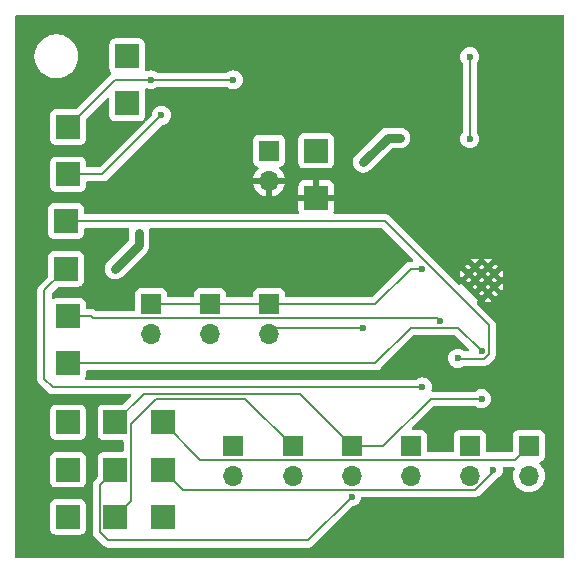
<source format=gbr>
%TF.GenerationSoftware,KiCad,Pcbnew,8.0.8*%
%TF.CreationDate,2025-04-04T16:16:18-04:00*%
%TF.ProjectId,ESP32,45535033-322e-46b6-9963-61645f706362,rev?*%
%TF.SameCoordinates,Original*%
%TF.FileFunction,Copper,L2,Bot*%
%TF.FilePolarity,Positive*%
%FSLAX46Y46*%
G04 Gerber Fmt 4.6, Leading zero omitted, Abs format (unit mm)*
G04 Created by KiCad (PCBNEW 8.0.8) date 2025-04-04 16:16:18*
%MOMM*%
%LPD*%
G01*
G04 APERTURE LIST*
%TA.AperFunction,ComponentPad*%
%ADD10R,2.000000X2.000000*%
%TD*%
%TA.AperFunction,ComponentPad*%
%ADD11R,1.700000X1.700000*%
%TD*%
%TA.AperFunction,ComponentPad*%
%ADD12O,1.700000X1.700000*%
%TD*%
%TA.AperFunction,ComponentPad*%
%ADD13C,0.450000*%
%TD*%
%TA.AperFunction,ViaPad*%
%ADD14C,0.600000*%
%TD*%
%TA.AperFunction,Conductor*%
%ADD15C,0.762000*%
%TD*%
%TA.AperFunction,Conductor*%
%ADD16C,0.200000*%
%TD*%
G04 APERTURE END LIST*
D10*
%TO.P,TP5,1,1*%
%TO.N,/0*%
X133000000Y-105000000D03*
%TD*%
%TO.P,TP6,1,1*%
%TO.N,/1*%
X133000000Y-109000000D03*
%TD*%
D11*
%TO.P,J6,1,Pin_1*%
%TO.N,/3*%
X149000000Y-107000000D03*
D12*
%TO.P,J6,2,Pin_2*%
%TO.N,/4*%
X149000000Y-109540000D03*
%TD*%
D10*
%TO.P,TP8,1,1*%
%TO.N,/3*%
X129000000Y-105000000D03*
%TD*%
D11*
%TO.P,J8,1,Pin_1*%
%TO.N,/9*%
X139000000Y-107000000D03*
D12*
%TO.P,J8,2,Pin_2*%
%TO.N,/10*%
X139000000Y-109540000D03*
%TD*%
D11*
%TO.P,J10,1,Pin_1*%
%TO.N,/SDA*%
X132000000Y-95000000D03*
D12*
%TO.P,J10,2,Pin_2*%
%TO.N,/SCL*%
X132000000Y-97540000D03*
%TD*%
D11*
%TO.P,J7,1,Pin_1*%
%TO.N,/7*%
X144000000Y-107000000D03*
D12*
%TO.P,J7,2,Pin_2*%
%TO.N,/8*%
X144000000Y-109540000D03*
%TD*%
D11*
%TO.P,J9,1,Pin_1*%
%TO.N,/SDA*%
X137000000Y-95000000D03*
D12*
%TO.P,J9,2,Pin_2*%
%TO.N,/SCL*%
X137000000Y-97540000D03*
%TD*%
D10*
%TO.P,TP12,1,1*%
%TO.N,/7*%
X129000000Y-113000000D03*
%TD*%
%TO.P,TP11,1,1*%
%TO.N,/D-*%
X125000000Y-96000000D03*
%TD*%
%TO.P,TP1,1,1*%
%TO.N,+3.3V*%
X146000000Y-82000000D03*
%TD*%
%TO.P,TP16,1,1*%
%TO.N,/AD0*%
X125000000Y-80000000D03*
%TD*%
%TO.P,TP7,1,1*%
%TO.N,/2*%
X133000000Y-113000000D03*
%TD*%
D11*
%TO.P,J4,1,Pin_1*%
%TO.N,/0*%
X164000000Y-107000000D03*
D12*
%TO.P,J4,2,Pin_2*%
%TO.N,unconnected-(J4-Pin_2-Pad2)*%
X164000000Y-109540000D03*
%TD*%
D10*
%TO.P,TP15,1,1*%
%TO.N,/10*%
X125000000Y-113000000D03*
%TD*%
%TO.P,TP18,1,1*%
%TO.N,/TXD*%
X124825000Y-87950000D03*
%TD*%
D11*
%TO.P,J1,1,Pin_1*%
%TO.N,+3.3V*%
X142000000Y-82000000D03*
D12*
%TO.P,J1,2,Pin_2*%
%TO.N,GND*%
X142000000Y-84540000D03*
%TD*%
D11*
%TO.P,J3,1,Pin_1*%
%TO.N,/SDA*%
X142000000Y-95000000D03*
D12*
%TO.P,J3,2,Pin_2*%
%TO.N,/SCL*%
X142000000Y-97540000D03*
%TD*%
D10*
%TO.P,TP2,1,1*%
%TO.N,GND*%
X146000000Y-86000000D03*
%TD*%
%TO.P,TP4,1,1*%
%TO.N,/SCL*%
X130000000Y-74000000D03*
%TD*%
%TO.P,TP3,1,1*%
%TO.N,/SDA*%
X130000000Y-78000000D03*
%TD*%
%TO.P,TP9,1,1*%
%TO.N,/4*%
X129000000Y-109000000D03*
%TD*%
%TO.P,TP13,1,1*%
%TO.N,/8*%
X125000000Y-105000000D03*
%TD*%
%TO.P,TP19,1,1*%
%TO.N,/RXD*%
X124825000Y-92000000D03*
%TD*%
D11*
%TO.P,J2,1,Pin_1*%
%TO.N,/D+*%
X154000000Y-107000000D03*
D12*
%TO.P,J2,2,Pin_2*%
%TO.N,/D-*%
X154000000Y-109540000D03*
%TD*%
D10*
%TO.P,TP10,1,1*%
%TO.N,/D+*%
X125000000Y-100000000D03*
%TD*%
%TO.P,TP14,1,1*%
%TO.N,/9*%
X125000000Y-109000000D03*
%TD*%
D13*
%TO.P,U1,28,GND__10*%
%TO.N,GND*%
X161100000Y-92410000D03*
%TO.P,U1,29,GND__11*%
X161100000Y-93510000D03*
%TO.P,U1,30,GND__12*%
X160550000Y-91860000D03*
%TO.P,U1,31,GND__13*%
X160550000Y-92960000D03*
%TO.P,U1,32,GND__14*%
X160550000Y-94060000D03*
%TO.P,U1,33,GND__15*%
X160000000Y-92410000D03*
%TO.P,U1,34,GND__16*%
X160000000Y-93510000D03*
%TO.P,U1,35,GND__17*%
X159450000Y-91860000D03*
%TO.P,U1,36,GND__18*%
X159450000Y-92960000D03*
%TO.P,U1,37,GND__19*%
X159450000Y-94060000D03*
%TO.P,U1,38,GND__20*%
X158900000Y-92410000D03*
%TO.P,U1,39,GND__21*%
X158900000Y-93510000D03*
%TD*%
D11*
%TO.P,J5,1,Pin_1*%
%TO.N,/1*%
X159000000Y-107000000D03*
D12*
%TO.P,J5,2,Pin_2*%
%TO.N,/2*%
X159000000Y-109540000D03*
%TD*%
D10*
%TO.P,TP17,1,1*%
%TO.N,/INT*%
X125000000Y-84000000D03*
%TD*%
D14*
%TO.N,GND*%
X133000000Y-83075000D03*
X158962500Y-72000000D03*
X134100000Y-78000000D03*
X154200000Y-83250000D03*
X145699300Y-76000000D03*
X136699300Y-89000000D03*
%TO.N,+3.3V*%
X150000000Y-82975000D03*
X153081540Y-80918460D03*
X129000000Y-92000000D03*
X131000000Y-89000000D03*
%TO.N,/D+*%
X160000000Y-99000000D03*
%TO.N,/D-*%
X156500000Y-96400000D03*
%TO.N,/SCL*%
X150000000Y-97000000D03*
%TO.N,/SDA*%
X155000000Y-92000000D03*
%TO.N,/1*%
X161000000Y-109000000D03*
%TO.N,/4*%
X149000000Y-111290000D03*
%TO.N,/3*%
X160000000Y-103000000D03*
%TO.N,/AD0*%
X132000000Y-76000000D03*
X139000000Y-76000000D03*
%TO.N,/INT*%
X132900000Y-79000000D03*
%TO.N,/TXD*%
X157985000Y-99576000D03*
%TO.N,/RXD*%
X155000000Y-102000000D03*
%TO.N,Net-(U1-EN)*%
X159000000Y-81000000D03*
X159000000Y-74037500D03*
%TD*%
D15*
%TO.N,+3.3V*%
X131000000Y-90000000D02*
X129000000Y-92000000D01*
X152056540Y-80918460D02*
X150000000Y-82975000D01*
X153081540Y-80918460D02*
X152056540Y-80918460D01*
X131000000Y-89000000D02*
X131000000Y-90000000D01*
D16*
%TO.N,/D+*%
X158000000Y-97000000D02*
X154000000Y-97000000D01*
X151000000Y-100000000D02*
X125000000Y-100000000D01*
X160000000Y-99000000D02*
X158000000Y-97000000D01*
X154000000Y-97000000D02*
X151000000Y-100000000D01*
%TO.N,/D-*%
X156250000Y-96150000D02*
X127075000Y-96150000D01*
X126925000Y-96000000D02*
X125000000Y-96000000D01*
X127075000Y-96150000D02*
X126925000Y-96000000D01*
X156500000Y-96400000D02*
X156250000Y-96150000D01*
%TO.N,/SCL*%
X150000000Y-97000000D02*
X142525000Y-97000000D01*
X142525000Y-97000000D02*
X142000000Y-97525000D01*
%TO.N,/SDA*%
X154000000Y-92000000D02*
X151000000Y-95000000D01*
X132000000Y-95000000D02*
X137000000Y-95000000D01*
X151000000Y-95000000D02*
X142000000Y-95000000D01*
X155000000Y-92000000D02*
X154000000Y-92000000D01*
X137000000Y-95000000D02*
X142000000Y-95000000D01*
%TO.N,/0*%
X162850000Y-108150000D02*
X164000000Y-107000000D01*
X136150000Y-108150000D02*
X162850000Y-108150000D01*
X133000000Y-105000000D02*
X136150000Y-108150000D01*
%TO.N,/1*%
X159476346Y-110690000D02*
X161000000Y-109166346D01*
X134690000Y-110690000D02*
X159476346Y-110690000D01*
X133000000Y-109000000D02*
X134690000Y-110690000D01*
X161000000Y-109166346D02*
X161000000Y-109000000D01*
%TO.N,/4*%
X129000000Y-109000000D02*
X127700000Y-110300000D01*
X127700000Y-114300000D02*
X128400000Y-115000000D01*
X128400000Y-115000000D02*
X145290000Y-115000000D01*
X127700000Y-110300000D02*
X127700000Y-114300000D01*
X145290000Y-115000000D02*
X149000000Y-111290000D01*
%TO.N,/3*%
X144600000Y-102600000D02*
X149000000Y-107000000D01*
X131400000Y-102600000D02*
X144600000Y-102600000D01*
X155700000Y-103000000D02*
X151700000Y-107000000D01*
X160000000Y-103000000D02*
X155700000Y-103000000D01*
X151700000Y-107000000D02*
X149000000Y-107000000D01*
X129000000Y-105000000D02*
X131400000Y-102600000D01*
%TO.N,/7*%
X130300000Y-105100000D02*
X130300000Y-111700000D01*
X132400000Y-103000000D02*
X130300000Y-105100000D01*
X140000000Y-103000000D02*
X132400000Y-103000000D01*
X130300000Y-111700000D02*
X129000000Y-113000000D01*
X144000000Y-107000000D02*
X140000000Y-103000000D01*
%TO.N,/AD0*%
X132000000Y-76000000D02*
X139000000Y-76000000D01*
X132000000Y-76000000D02*
X129000000Y-76000000D01*
X129000000Y-76000000D02*
X125000000Y-80000000D01*
%TO.N,/INT*%
X132900000Y-79000000D02*
X127900000Y-84000000D01*
X127900000Y-84000000D02*
X125000000Y-84000000D01*
%TO.N,/TXD*%
X158009000Y-99600000D02*
X160248529Y-99600000D01*
X160248529Y-99600000D02*
X160600000Y-99248529D01*
X160600000Y-99248529D02*
X160600000Y-96751471D01*
X157985000Y-99576000D02*
X158009000Y-99600000D01*
X160600000Y-96751471D02*
X151798529Y-87950000D01*
X151798529Y-87950000D02*
X124825000Y-87950000D01*
%TO.N,/RXD*%
X123000000Y-101300000D02*
X123000000Y-93825000D01*
X123000000Y-93825000D02*
X124825000Y-92000000D01*
X123700000Y-102000000D02*
X123000000Y-101300000D01*
X155000000Y-102000000D02*
X123700000Y-102000000D01*
%TO.N,Net-(U1-EN)*%
X159000000Y-81000000D02*
X159000000Y-74037500D01*
%TD*%
%TA.AperFunction,Conductor*%
%TO.N,GND*%
G36*
X166943039Y-70520185D02*
G01*
X166988794Y-70572989D01*
X167000000Y-70624500D01*
X167000000Y-116375500D01*
X166980315Y-116442539D01*
X166927511Y-116488294D01*
X166876000Y-116499500D01*
X120624500Y-116499500D01*
X120557461Y-116479815D01*
X120511706Y-116427011D01*
X120500500Y-116375500D01*
X120500500Y-111952135D01*
X123499500Y-111952135D01*
X123499500Y-114047870D01*
X123499501Y-114047876D01*
X123505908Y-114107483D01*
X123556202Y-114242328D01*
X123556206Y-114242335D01*
X123642452Y-114357544D01*
X123642455Y-114357547D01*
X123757664Y-114443793D01*
X123757671Y-114443797D01*
X123892517Y-114494091D01*
X123892516Y-114494091D01*
X123899444Y-114494835D01*
X123952127Y-114500500D01*
X126047872Y-114500499D01*
X126107483Y-114494091D01*
X126242331Y-114443796D01*
X126357546Y-114357546D01*
X126443796Y-114242331D01*
X126494091Y-114107483D01*
X126500500Y-114047873D01*
X126500499Y-111952128D01*
X126494091Y-111892517D01*
X126456698Y-111792262D01*
X126443797Y-111757671D01*
X126443793Y-111757664D01*
X126357547Y-111642455D01*
X126357544Y-111642452D01*
X126242335Y-111556206D01*
X126242328Y-111556202D01*
X126107482Y-111505908D01*
X126107483Y-111505908D01*
X126047883Y-111499501D01*
X126047881Y-111499500D01*
X126047873Y-111499500D01*
X126047864Y-111499500D01*
X123952129Y-111499500D01*
X123952123Y-111499501D01*
X123892516Y-111505908D01*
X123757671Y-111556202D01*
X123757664Y-111556206D01*
X123642455Y-111642452D01*
X123642452Y-111642455D01*
X123556206Y-111757664D01*
X123556202Y-111757671D01*
X123505908Y-111892517D01*
X123499501Y-111952116D01*
X123499501Y-111952123D01*
X123499500Y-111952135D01*
X120500500Y-111952135D01*
X120500500Y-107952135D01*
X123499500Y-107952135D01*
X123499500Y-110047870D01*
X123499501Y-110047876D01*
X123505908Y-110107483D01*
X123556202Y-110242328D01*
X123556206Y-110242335D01*
X123642452Y-110357544D01*
X123642455Y-110357547D01*
X123757664Y-110443793D01*
X123757671Y-110443797D01*
X123892517Y-110494091D01*
X123892516Y-110494091D01*
X123899444Y-110494835D01*
X123952127Y-110500500D01*
X126047872Y-110500499D01*
X126107483Y-110494091D01*
X126242331Y-110443796D01*
X126357546Y-110357546D01*
X126443796Y-110242331D01*
X126494091Y-110107483D01*
X126500500Y-110047873D01*
X126500499Y-107952128D01*
X126494091Y-107892517D01*
X126443796Y-107757669D01*
X126443795Y-107757668D01*
X126443793Y-107757664D01*
X126357547Y-107642455D01*
X126357544Y-107642452D01*
X126242335Y-107556206D01*
X126242328Y-107556202D01*
X126107482Y-107505908D01*
X126107483Y-107505908D01*
X126047883Y-107499501D01*
X126047881Y-107499500D01*
X126047873Y-107499500D01*
X126047864Y-107499500D01*
X123952129Y-107499500D01*
X123952123Y-107499501D01*
X123892516Y-107505908D01*
X123757671Y-107556202D01*
X123757664Y-107556206D01*
X123642455Y-107642452D01*
X123642452Y-107642455D01*
X123556206Y-107757664D01*
X123556202Y-107757671D01*
X123505908Y-107892517D01*
X123499501Y-107952116D01*
X123499501Y-107952123D01*
X123499500Y-107952135D01*
X120500500Y-107952135D01*
X120500500Y-103952135D01*
X123499500Y-103952135D01*
X123499500Y-106047870D01*
X123499501Y-106047876D01*
X123505908Y-106107483D01*
X123556202Y-106242328D01*
X123556206Y-106242335D01*
X123642452Y-106357544D01*
X123642455Y-106357547D01*
X123757664Y-106443793D01*
X123757671Y-106443797D01*
X123892517Y-106494091D01*
X123892516Y-106494091D01*
X123899444Y-106494835D01*
X123952127Y-106500500D01*
X126047872Y-106500499D01*
X126107483Y-106494091D01*
X126242331Y-106443796D01*
X126357546Y-106357546D01*
X126443796Y-106242331D01*
X126494091Y-106107483D01*
X126500500Y-106047873D01*
X126500499Y-103952128D01*
X126494091Y-103892517D01*
X126454127Y-103785369D01*
X126443797Y-103757671D01*
X126443793Y-103757664D01*
X126357547Y-103642455D01*
X126357544Y-103642452D01*
X126242335Y-103556206D01*
X126242328Y-103556202D01*
X126107482Y-103505908D01*
X126107483Y-103505908D01*
X126047883Y-103499501D01*
X126047881Y-103499500D01*
X126047873Y-103499500D01*
X126047864Y-103499500D01*
X123952129Y-103499500D01*
X123952123Y-103499501D01*
X123892516Y-103505908D01*
X123757671Y-103556202D01*
X123757664Y-103556206D01*
X123642455Y-103642452D01*
X123642452Y-103642455D01*
X123556206Y-103757664D01*
X123556202Y-103757671D01*
X123505908Y-103892517D01*
X123499501Y-103952116D01*
X123499501Y-103952123D01*
X123499500Y-103952135D01*
X120500500Y-103952135D01*
X120500500Y-101379054D01*
X122399498Y-101379054D01*
X122440423Y-101531786D01*
X122440424Y-101531787D01*
X122459871Y-101565470D01*
X122508950Y-101650478D01*
X122519481Y-101668717D01*
X122638349Y-101787585D01*
X122638355Y-101787590D01*
X123215139Y-102364374D01*
X123215149Y-102364385D01*
X123219479Y-102368715D01*
X123219480Y-102368716D01*
X123331284Y-102480520D01*
X123331286Y-102480521D01*
X123331290Y-102480524D01*
X123468209Y-102559573D01*
X123468216Y-102559577D01*
X123580019Y-102589534D01*
X123620942Y-102600500D01*
X123620943Y-102600500D01*
X130250902Y-102600500D01*
X130317941Y-102620185D01*
X130363696Y-102672989D01*
X130373640Y-102742147D01*
X130344615Y-102805703D01*
X130338583Y-102812181D01*
X129687582Y-103463181D01*
X129626259Y-103496666D01*
X129599901Y-103499500D01*
X127952129Y-103499500D01*
X127952123Y-103499501D01*
X127892516Y-103505908D01*
X127757671Y-103556202D01*
X127757664Y-103556206D01*
X127642455Y-103642452D01*
X127642452Y-103642455D01*
X127556206Y-103757664D01*
X127556202Y-103757671D01*
X127505908Y-103892517D01*
X127499501Y-103952116D01*
X127499501Y-103952123D01*
X127499500Y-103952135D01*
X127499500Y-106047870D01*
X127499501Y-106047876D01*
X127505908Y-106107483D01*
X127556202Y-106242328D01*
X127556206Y-106242335D01*
X127642452Y-106357544D01*
X127642455Y-106357547D01*
X127757664Y-106443793D01*
X127757671Y-106443797D01*
X127892517Y-106494091D01*
X127892516Y-106494091D01*
X127899444Y-106494835D01*
X127952127Y-106500500D01*
X129575500Y-106500499D01*
X129642539Y-106520184D01*
X129688294Y-106572987D01*
X129699500Y-106624499D01*
X129699500Y-107375500D01*
X129679815Y-107442539D01*
X129627011Y-107488294D01*
X129575500Y-107499500D01*
X127952129Y-107499500D01*
X127952123Y-107499501D01*
X127892516Y-107505908D01*
X127757671Y-107556202D01*
X127757664Y-107556206D01*
X127642455Y-107642452D01*
X127642452Y-107642455D01*
X127556206Y-107757664D01*
X127556202Y-107757671D01*
X127505908Y-107892517D01*
X127499501Y-107952116D01*
X127499501Y-107952123D01*
X127499500Y-107952135D01*
X127499500Y-109599900D01*
X127479815Y-109666939D01*
X127463182Y-109687581D01*
X127331286Y-109819478D01*
X127331285Y-109819477D01*
X127331284Y-109819480D01*
X127219481Y-109931282D01*
X127219480Y-109931284D01*
X127177693Y-110003663D01*
X127171775Y-110013913D01*
X127171773Y-110013915D01*
X127140425Y-110068209D01*
X127140424Y-110068210D01*
X127129901Y-110107482D01*
X127099499Y-110220943D01*
X127099499Y-110220945D01*
X127099499Y-110389046D01*
X127099500Y-110389059D01*
X127099500Y-114213330D01*
X127099499Y-114213348D01*
X127099499Y-114379054D01*
X127099498Y-114379054D01*
X127140423Y-114531785D01*
X127169358Y-114581900D01*
X127169359Y-114581904D01*
X127169360Y-114581904D01*
X127219479Y-114668714D01*
X127219481Y-114668717D01*
X127338349Y-114787585D01*
X127338355Y-114787590D01*
X127915139Y-115364374D01*
X127915149Y-115364385D01*
X127919479Y-115368715D01*
X127919480Y-115368716D01*
X128031284Y-115480520D01*
X128031286Y-115480521D01*
X128031290Y-115480524D01*
X128168209Y-115559573D01*
X128168216Y-115559577D01*
X128280019Y-115589534D01*
X128320942Y-115600500D01*
X128320943Y-115600500D01*
X145203331Y-115600500D01*
X145203347Y-115600501D01*
X145210943Y-115600501D01*
X145369054Y-115600501D01*
X145369057Y-115600501D01*
X145521785Y-115559577D01*
X145571904Y-115530639D01*
X145658716Y-115480520D01*
X145770520Y-115368716D01*
X145770520Y-115368714D01*
X145780728Y-115358507D01*
X145780730Y-115358504D01*
X149018535Y-112120698D01*
X149079856Y-112087215D01*
X149092311Y-112085163D01*
X149179255Y-112075368D01*
X149349522Y-112015789D01*
X149502262Y-111919816D01*
X149629816Y-111792262D01*
X149725789Y-111639522D01*
X149785368Y-111469255D01*
X149788379Y-111442539D01*
X149793102Y-111400617D01*
X149820168Y-111336203D01*
X149877763Y-111296648D01*
X149916322Y-111290500D01*
X159389677Y-111290500D01*
X159389693Y-111290501D01*
X159397289Y-111290501D01*
X159555400Y-111290501D01*
X159555403Y-111290501D01*
X159708131Y-111249577D01*
X159719148Y-111243215D01*
X159760259Y-111219481D01*
X159760260Y-111219480D01*
X159845062Y-111170520D01*
X159956866Y-111058716D01*
X159956866Y-111058714D01*
X159967070Y-111048511D01*
X159967074Y-111048506D01*
X161237629Y-109777950D01*
X161284353Y-109748592D01*
X161349522Y-109725789D01*
X161502262Y-109629816D01*
X161629816Y-109502262D01*
X161725789Y-109349522D01*
X161785368Y-109179255D01*
X161785369Y-109179249D01*
X161805565Y-109000003D01*
X161805565Y-108999997D01*
X161792989Y-108888384D01*
X161805043Y-108819562D01*
X161852392Y-108768182D01*
X161916209Y-108750500D01*
X162683397Y-108750500D01*
X162750436Y-108770185D01*
X162796191Y-108822989D01*
X162806135Y-108892147D01*
X162795779Y-108926905D01*
X162726097Y-109076335D01*
X162726094Y-109076344D01*
X162664938Y-109304586D01*
X162664936Y-109304596D01*
X162644341Y-109539999D01*
X162644341Y-109540000D01*
X162664936Y-109775403D01*
X162664938Y-109775413D01*
X162726094Y-110003655D01*
X162726096Y-110003659D01*
X162726097Y-110003663D01*
X162765715Y-110088623D01*
X162825965Y-110217830D01*
X162825967Y-110217834D01*
X162923794Y-110357544D01*
X162961505Y-110411401D01*
X163128599Y-110578495D01*
X163225384Y-110646265D01*
X163322165Y-110714032D01*
X163322167Y-110714033D01*
X163322170Y-110714035D01*
X163536337Y-110813903D01*
X163764592Y-110875063D01*
X163952918Y-110891539D01*
X163999999Y-110895659D01*
X164000000Y-110895659D01*
X164000001Y-110895659D01*
X164039234Y-110892226D01*
X164235408Y-110875063D01*
X164463663Y-110813903D01*
X164677830Y-110714035D01*
X164871401Y-110578495D01*
X165038495Y-110411401D01*
X165174035Y-110217830D01*
X165273903Y-110003663D01*
X165335063Y-109775408D01*
X165355659Y-109540000D01*
X165335063Y-109304592D01*
X165273903Y-109076337D01*
X165174035Y-108862171D01*
X165145028Y-108820745D01*
X165038496Y-108668600D01*
X165000414Y-108630518D01*
X164916567Y-108546671D01*
X164883084Y-108485351D01*
X164888068Y-108415659D01*
X164929939Y-108359725D01*
X164960915Y-108342810D01*
X165092331Y-108293796D01*
X165207546Y-108207546D01*
X165293796Y-108092331D01*
X165344091Y-107957483D01*
X165350500Y-107897873D01*
X165350499Y-106102128D01*
X165344091Y-106042517D01*
X165293796Y-105907669D01*
X165293795Y-105907668D01*
X165293793Y-105907664D01*
X165207547Y-105792455D01*
X165207544Y-105792452D01*
X165092335Y-105706206D01*
X165092328Y-105706202D01*
X164957482Y-105655908D01*
X164957483Y-105655908D01*
X164897883Y-105649501D01*
X164897881Y-105649500D01*
X164897873Y-105649500D01*
X164897864Y-105649500D01*
X163102129Y-105649500D01*
X163102123Y-105649501D01*
X163042516Y-105655908D01*
X162907671Y-105706202D01*
X162907664Y-105706206D01*
X162792455Y-105792452D01*
X162792452Y-105792455D01*
X162706206Y-105907664D01*
X162706202Y-105907671D01*
X162655908Y-106042517D01*
X162649501Y-106102116D01*
X162649501Y-106102123D01*
X162649500Y-106102135D01*
X162649500Y-107425500D01*
X162629815Y-107492539D01*
X162577011Y-107538294D01*
X162525500Y-107549500D01*
X160474500Y-107549500D01*
X160407461Y-107529815D01*
X160361706Y-107477011D01*
X160350500Y-107425500D01*
X160350499Y-106102129D01*
X160350498Y-106102123D01*
X160350497Y-106102116D01*
X160344091Y-106042517D01*
X160293796Y-105907669D01*
X160293795Y-105907668D01*
X160293793Y-105907664D01*
X160207547Y-105792455D01*
X160207544Y-105792452D01*
X160092335Y-105706206D01*
X160092328Y-105706202D01*
X159957482Y-105655908D01*
X159957483Y-105655908D01*
X159897883Y-105649501D01*
X159897881Y-105649500D01*
X159897873Y-105649500D01*
X159897864Y-105649500D01*
X158102129Y-105649500D01*
X158102123Y-105649501D01*
X158042516Y-105655908D01*
X157907671Y-105706202D01*
X157907664Y-105706206D01*
X157792455Y-105792452D01*
X157792452Y-105792455D01*
X157706206Y-105907664D01*
X157706202Y-105907671D01*
X157655908Y-106042517D01*
X157649501Y-106102116D01*
X157649501Y-106102123D01*
X157649500Y-106102135D01*
X157649501Y-107425500D01*
X157629816Y-107492539D01*
X157577013Y-107538294D01*
X157525501Y-107549500D01*
X155474500Y-107549500D01*
X155407461Y-107529815D01*
X155361706Y-107477011D01*
X155350500Y-107425500D01*
X155350499Y-106102129D01*
X155350498Y-106102123D01*
X155350497Y-106102116D01*
X155344091Y-106042517D01*
X155293796Y-105907669D01*
X155293795Y-105907668D01*
X155293793Y-105907664D01*
X155207547Y-105792455D01*
X155207544Y-105792452D01*
X155092335Y-105706206D01*
X155092328Y-105706202D01*
X154957482Y-105655908D01*
X154957483Y-105655908D01*
X154897883Y-105649501D01*
X154897881Y-105649500D01*
X154897873Y-105649500D01*
X154897865Y-105649500D01*
X154199096Y-105649500D01*
X154132057Y-105629815D01*
X154086302Y-105577011D01*
X154076358Y-105507853D01*
X154105383Y-105444297D01*
X154111415Y-105437819D01*
X155912416Y-103636819D01*
X155973739Y-103603334D01*
X156000097Y-103600500D01*
X159417588Y-103600500D01*
X159484627Y-103620185D01*
X159494903Y-103627555D01*
X159497736Y-103629814D01*
X159497738Y-103629816D01*
X159650478Y-103725789D01*
X159741572Y-103757664D01*
X159820745Y-103785368D01*
X159820750Y-103785369D01*
X159999996Y-103805565D01*
X160000000Y-103805565D01*
X160000004Y-103805565D01*
X160179249Y-103785369D01*
X160179252Y-103785368D01*
X160179255Y-103785368D01*
X160349522Y-103725789D01*
X160502262Y-103629816D01*
X160629816Y-103502262D01*
X160725789Y-103349522D01*
X160785368Y-103179255D01*
X160805565Y-103000000D01*
X160785368Y-102820745D01*
X160725789Y-102650478D01*
X160709926Y-102625233D01*
X160668671Y-102559576D01*
X160629816Y-102497738D01*
X160502262Y-102370184D01*
X160493033Y-102364385D01*
X160349523Y-102274211D01*
X160179254Y-102214631D01*
X160179249Y-102214630D01*
X160000004Y-102194435D01*
X159999996Y-102194435D01*
X159820750Y-102214630D01*
X159820745Y-102214631D01*
X159650476Y-102274211D01*
X159497736Y-102370185D01*
X159494903Y-102372445D01*
X159492724Y-102373334D01*
X159491842Y-102373889D01*
X159491744Y-102373734D01*
X159430217Y-102398855D01*
X159417588Y-102399500D01*
X155883063Y-102399500D01*
X155816024Y-102379815D01*
X155770269Y-102327011D01*
X155760325Y-102257853D01*
X155766022Y-102234545D01*
X155785366Y-102179262D01*
X155785369Y-102179249D01*
X155805565Y-102000003D01*
X155805565Y-101999996D01*
X155785369Y-101820750D01*
X155785368Y-101820745D01*
X155732171Y-101668717D01*
X155725789Y-101650478D01*
X155629816Y-101497738D01*
X155502262Y-101370184D01*
X155433553Y-101327011D01*
X155349523Y-101274211D01*
X155179254Y-101214631D01*
X155179249Y-101214630D01*
X155000004Y-101194435D01*
X154999996Y-101194435D01*
X154820750Y-101214630D01*
X154820745Y-101214631D01*
X154650476Y-101274211D01*
X154497736Y-101370185D01*
X154494903Y-101372445D01*
X154492724Y-101373334D01*
X154491842Y-101373889D01*
X154491744Y-101373734D01*
X154430217Y-101398855D01*
X154417588Y-101399500D01*
X126563769Y-101399500D01*
X126496730Y-101379815D01*
X126450975Y-101327011D01*
X126441031Y-101257853D01*
X126447587Y-101232167D01*
X126494091Y-101107482D01*
X126500500Y-101047873D01*
X126500500Y-100724500D01*
X126520185Y-100657461D01*
X126572989Y-100611706D01*
X126624500Y-100600500D01*
X150913331Y-100600500D01*
X150913347Y-100600501D01*
X150920943Y-100600501D01*
X151079054Y-100600501D01*
X151079057Y-100600501D01*
X151231785Y-100559577D01*
X151281904Y-100530639D01*
X151368716Y-100480520D01*
X151480520Y-100368716D01*
X151480520Y-100368714D01*
X151490728Y-100358507D01*
X151490729Y-100358504D01*
X154212417Y-97636819D01*
X154273740Y-97603334D01*
X154300098Y-97600500D01*
X157699903Y-97600500D01*
X157766942Y-97620185D01*
X157787584Y-97636819D01*
X158938584Y-98787819D01*
X158972069Y-98849142D01*
X158967085Y-98918834D01*
X158925213Y-98974767D01*
X158859749Y-98999184D01*
X158850903Y-98999500D01*
X158591940Y-98999500D01*
X158524901Y-98979815D01*
X158504259Y-98963181D01*
X158487262Y-98946184D01*
X158334523Y-98850211D01*
X158164254Y-98790631D01*
X158164249Y-98790630D01*
X157985004Y-98770435D01*
X157984996Y-98770435D01*
X157805750Y-98790630D01*
X157805745Y-98790631D01*
X157635476Y-98850211D01*
X157482737Y-98946184D01*
X157355184Y-99073737D01*
X157259211Y-99226476D01*
X157199631Y-99396745D01*
X157199630Y-99396750D01*
X157179435Y-99575996D01*
X157179435Y-99576003D01*
X157199630Y-99755249D01*
X157199631Y-99755254D01*
X157259211Y-99925523D01*
X157355184Y-100078262D01*
X157482738Y-100205816D01*
X157635478Y-100301789D01*
X157797552Y-100358501D01*
X157805745Y-100361368D01*
X157805750Y-100361369D01*
X157984996Y-100381565D01*
X157985000Y-100381565D01*
X157985004Y-100381565D01*
X158164249Y-100361369D01*
X158164252Y-100361368D01*
X158164255Y-100361368D01*
X158334522Y-100301789D01*
X158465474Y-100219505D01*
X158531446Y-100200500D01*
X160161860Y-100200500D01*
X160161876Y-100200501D01*
X160169472Y-100200501D01*
X160327583Y-100200501D01*
X160327586Y-100200501D01*
X160480314Y-100159577D01*
X160557033Y-100115283D01*
X160617245Y-100080520D01*
X160729049Y-99968716D01*
X160729049Y-99968714D01*
X160739253Y-99958511D01*
X160739257Y-99958506D01*
X160958506Y-99739257D01*
X160958511Y-99739253D01*
X160968714Y-99729049D01*
X160968716Y-99729049D01*
X161080520Y-99617245D01*
X161133150Y-99526086D01*
X161159577Y-99480314D01*
X161200500Y-99327586D01*
X161200500Y-99169472D01*
X161200500Y-96840531D01*
X161200501Y-96840518D01*
X161200501Y-96672414D01*
X161191374Y-96638352D01*
X161159577Y-96519687D01*
X161159458Y-96519481D01*
X161080524Y-96382761D01*
X161080518Y-96382753D01*
X159645745Y-94947980D01*
X159612260Y-94886657D01*
X159617244Y-94816965D01*
X159659116Y-94761032D01*
X159692472Y-94743257D01*
X159766556Y-94717334D01*
X159780422Y-94708620D01*
X160219575Y-94708620D01*
X160233446Y-94717335D01*
X160387649Y-94771294D01*
X160387660Y-94771296D01*
X160549996Y-94789587D01*
X160550004Y-94789587D01*
X160712339Y-94771296D01*
X160712341Y-94771296D01*
X160866557Y-94717333D01*
X160880422Y-94708620D01*
X160550001Y-94378198D01*
X160550000Y-94378198D01*
X160219575Y-94708620D01*
X159780422Y-94708620D01*
X159101965Y-94030163D01*
X159300000Y-94030163D01*
X159300000Y-94089837D01*
X159322836Y-94144968D01*
X159365032Y-94187164D01*
X159420163Y-94210000D01*
X159479837Y-94210000D01*
X159534968Y-94187164D01*
X159577164Y-94144968D01*
X159600000Y-94089837D01*
X159600000Y-94060000D01*
X159768198Y-94060000D01*
X160000000Y-94291802D01*
X160231802Y-94060000D01*
X160201965Y-94030163D01*
X160400000Y-94030163D01*
X160400000Y-94089837D01*
X160422836Y-94144968D01*
X160465032Y-94187164D01*
X160520163Y-94210000D01*
X160579837Y-94210000D01*
X160634968Y-94187164D01*
X160677164Y-94144968D01*
X160700000Y-94089837D01*
X160700000Y-94060000D01*
X160868198Y-94060000D01*
X161198620Y-94390422D01*
X161207334Y-94376556D01*
X161241844Y-94277932D01*
X161282566Y-94221156D01*
X161317932Y-94201844D01*
X161416556Y-94167334D01*
X161430422Y-94158620D01*
X161100000Y-93828198D01*
X160868198Y-94060000D01*
X160700000Y-94060000D01*
X160700000Y-94030163D01*
X160677164Y-93975032D01*
X160634968Y-93932836D01*
X160579837Y-93910000D01*
X160520163Y-93910000D01*
X160465032Y-93932836D01*
X160422836Y-93975032D01*
X160400000Y-94030163D01*
X160201965Y-94030163D01*
X160000000Y-93828198D01*
X159768198Y-94060000D01*
X159600000Y-94060000D01*
X159600000Y-94030163D01*
X159577164Y-93975032D01*
X159534968Y-93932836D01*
X159479837Y-93910000D01*
X159420163Y-93910000D01*
X159365032Y-93932836D01*
X159322836Y-93975032D01*
X159300000Y-94030163D01*
X159101965Y-94030163D01*
X158551965Y-93480163D01*
X158750000Y-93480163D01*
X158750000Y-93539837D01*
X158772836Y-93594968D01*
X158815032Y-93637164D01*
X158870163Y-93660000D01*
X158929837Y-93660000D01*
X158984968Y-93637164D01*
X159027164Y-93594968D01*
X159050000Y-93539837D01*
X159050000Y-93510000D01*
X159218198Y-93510000D01*
X159450000Y-93741802D01*
X159681802Y-93510000D01*
X159651965Y-93480163D01*
X159850000Y-93480163D01*
X159850000Y-93539837D01*
X159872836Y-93594968D01*
X159915032Y-93637164D01*
X159970163Y-93660000D01*
X160029837Y-93660000D01*
X160084968Y-93637164D01*
X160127164Y-93594968D01*
X160150000Y-93539837D01*
X160150000Y-93510000D01*
X160318198Y-93510000D01*
X160550000Y-93741802D01*
X160781802Y-93510000D01*
X160751965Y-93480163D01*
X160950000Y-93480163D01*
X160950000Y-93539837D01*
X160972836Y-93594968D01*
X161015032Y-93637164D01*
X161070163Y-93660000D01*
X161129837Y-93660000D01*
X161184968Y-93637164D01*
X161227164Y-93594968D01*
X161250000Y-93539837D01*
X161250000Y-93509999D01*
X161418198Y-93509999D01*
X161418198Y-93510000D01*
X161748620Y-93840422D01*
X161757333Y-93826557D01*
X161811296Y-93672341D01*
X161811296Y-93672339D01*
X161829587Y-93510003D01*
X161829587Y-93509996D01*
X161811296Y-93347660D01*
X161811294Y-93347649D01*
X161757335Y-93193446D01*
X161748620Y-93179575D01*
X161418198Y-93509999D01*
X161250000Y-93509999D01*
X161250000Y-93480163D01*
X161227164Y-93425032D01*
X161184968Y-93382836D01*
X161129837Y-93360000D01*
X161070163Y-93360000D01*
X161015032Y-93382836D01*
X160972836Y-93425032D01*
X160950000Y-93480163D01*
X160751965Y-93480163D01*
X160550000Y-93278198D01*
X160318198Y-93510000D01*
X160150000Y-93510000D01*
X160150000Y-93480163D01*
X160127164Y-93425032D01*
X160084968Y-93382836D01*
X160029837Y-93360000D01*
X159970163Y-93360000D01*
X159915032Y-93382836D01*
X159872836Y-93425032D01*
X159850000Y-93480163D01*
X159651965Y-93480163D01*
X159450000Y-93278198D01*
X159218198Y-93510000D01*
X159050000Y-93510000D01*
X159050000Y-93480163D01*
X159027164Y-93425032D01*
X158984968Y-93382836D01*
X158929837Y-93360000D01*
X158870163Y-93360000D01*
X158815032Y-93382836D01*
X158772836Y-93425032D01*
X158750000Y-93480163D01*
X158551965Y-93480163D01*
X158251377Y-93179575D01*
X158242666Y-93193441D01*
X158242663Y-93193447D01*
X158216741Y-93267528D01*
X158176019Y-93324304D01*
X158111066Y-93350051D01*
X158042505Y-93336594D01*
X158012019Y-93314254D01*
X157657765Y-92960000D01*
X158668198Y-92960000D01*
X158900000Y-93191802D01*
X159131802Y-92960000D01*
X159101965Y-92930163D01*
X159300000Y-92930163D01*
X159300000Y-92989837D01*
X159322836Y-93044968D01*
X159365032Y-93087164D01*
X159420163Y-93110000D01*
X159479837Y-93110000D01*
X159534968Y-93087164D01*
X159577164Y-93044968D01*
X159600000Y-92989837D01*
X159600000Y-92960000D01*
X159768198Y-92960000D01*
X160000000Y-93191802D01*
X160231802Y-92960000D01*
X160201965Y-92930163D01*
X160400000Y-92930163D01*
X160400000Y-92989837D01*
X160422836Y-93044968D01*
X160465032Y-93087164D01*
X160520163Y-93110000D01*
X160579837Y-93110000D01*
X160634968Y-93087164D01*
X160677164Y-93044968D01*
X160700000Y-92989837D01*
X160700000Y-92960000D01*
X160868198Y-92960000D01*
X161100000Y-93191802D01*
X161331802Y-92960000D01*
X161100000Y-92728198D01*
X160868198Y-92960000D01*
X160700000Y-92960000D01*
X160700000Y-92930163D01*
X160677164Y-92875032D01*
X160634968Y-92832836D01*
X160579837Y-92810000D01*
X160520163Y-92810000D01*
X160465032Y-92832836D01*
X160422836Y-92875032D01*
X160400000Y-92930163D01*
X160201965Y-92930163D01*
X160000000Y-92728198D01*
X159768198Y-92960000D01*
X159600000Y-92960000D01*
X159600000Y-92930163D01*
X159577164Y-92875032D01*
X159534968Y-92832836D01*
X159479837Y-92810000D01*
X159420163Y-92810000D01*
X159365032Y-92832836D01*
X159322836Y-92875032D01*
X159300000Y-92930163D01*
X159101965Y-92930163D01*
X158900000Y-92728198D01*
X158668198Y-92960000D01*
X157657765Y-92960000D01*
X157107761Y-92409996D01*
X158170413Y-92409996D01*
X158170413Y-92410003D01*
X158188703Y-92572339D01*
X158188704Y-92572344D01*
X158242665Y-92726557D01*
X158251378Y-92740423D01*
X158581802Y-92410000D01*
X158551965Y-92380163D01*
X158750000Y-92380163D01*
X158750000Y-92439837D01*
X158772836Y-92494968D01*
X158815032Y-92537164D01*
X158870163Y-92560000D01*
X158929837Y-92560000D01*
X158984968Y-92537164D01*
X159027164Y-92494968D01*
X159050000Y-92439837D01*
X159050000Y-92410000D01*
X159218198Y-92410000D01*
X159450000Y-92641802D01*
X159681802Y-92410000D01*
X159651965Y-92380163D01*
X159850000Y-92380163D01*
X159850000Y-92439837D01*
X159872836Y-92494968D01*
X159915032Y-92537164D01*
X159970163Y-92560000D01*
X160029837Y-92560000D01*
X160084968Y-92537164D01*
X160127164Y-92494968D01*
X160150000Y-92439837D01*
X160150000Y-92410000D01*
X160318198Y-92410000D01*
X160550000Y-92641802D01*
X160781802Y-92410000D01*
X160751965Y-92380163D01*
X160950000Y-92380163D01*
X160950000Y-92439837D01*
X160972836Y-92494968D01*
X161015032Y-92537164D01*
X161070163Y-92560000D01*
X161129837Y-92560000D01*
X161184968Y-92537164D01*
X161227164Y-92494968D01*
X161250000Y-92439837D01*
X161250000Y-92409999D01*
X161418198Y-92409999D01*
X161418198Y-92410000D01*
X161748620Y-92740422D01*
X161757333Y-92726557D01*
X161811296Y-92572341D01*
X161811296Y-92572339D01*
X161829587Y-92410003D01*
X161829587Y-92409996D01*
X161811296Y-92247660D01*
X161811294Y-92247649D01*
X161757335Y-92093446D01*
X161748620Y-92079575D01*
X161418198Y-92409999D01*
X161250000Y-92409999D01*
X161250000Y-92380163D01*
X161227164Y-92325032D01*
X161184968Y-92282836D01*
X161129837Y-92260000D01*
X161070163Y-92260000D01*
X161015032Y-92282836D01*
X160972836Y-92325032D01*
X160950000Y-92380163D01*
X160751965Y-92380163D01*
X160550000Y-92178198D01*
X160318198Y-92410000D01*
X160150000Y-92410000D01*
X160150000Y-92380163D01*
X160127164Y-92325032D01*
X160084968Y-92282836D01*
X160029837Y-92260000D01*
X159970163Y-92260000D01*
X159915032Y-92282836D01*
X159872836Y-92325032D01*
X159850000Y-92380163D01*
X159651965Y-92380163D01*
X159450000Y-92178198D01*
X159218198Y-92410000D01*
X159050000Y-92410000D01*
X159050000Y-92380163D01*
X159027164Y-92325032D01*
X158984968Y-92282836D01*
X158929837Y-92260000D01*
X158870163Y-92260000D01*
X158815032Y-92282836D01*
X158772836Y-92325032D01*
X158750000Y-92380163D01*
X158551965Y-92380163D01*
X158251377Y-92079575D01*
X158242666Y-92093440D01*
X158188703Y-92247658D01*
X158188703Y-92247660D01*
X158170413Y-92409996D01*
X157107761Y-92409996D01*
X156459142Y-91761377D01*
X158569575Y-91761377D01*
X158900000Y-92091802D01*
X159131802Y-91860000D01*
X159101965Y-91830163D01*
X159300000Y-91830163D01*
X159300000Y-91889837D01*
X159322836Y-91944968D01*
X159365032Y-91987164D01*
X159420163Y-92010000D01*
X159479837Y-92010000D01*
X159534968Y-91987164D01*
X159577164Y-91944968D01*
X159600000Y-91889837D01*
X159600000Y-91860000D01*
X159768198Y-91860000D01*
X160000000Y-92091802D01*
X160231802Y-91860000D01*
X160201965Y-91830163D01*
X160400000Y-91830163D01*
X160400000Y-91889837D01*
X160422836Y-91944968D01*
X160465032Y-91987164D01*
X160520163Y-92010000D01*
X160579837Y-92010000D01*
X160634968Y-91987164D01*
X160677164Y-91944968D01*
X160700000Y-91889837D01*
X160700000Y-91859999D01*
X160868198Y-91859999D01*
X160868198Y-91860000D01*
X161100000Y-92091802D01*
X161100001Y-92091802D01*
X161430423Y-91761378D01*
X161430423Y-91761377D01*
X161416558Y-91752666D01*
X161317931Y-91718155D01*
X161261155Y-91677433D01*
X161241844Y-91642068D01*
X161207333Y-91543442D01*
X161198620Y-91529575D01*
X160868198Y-91859999D01*
X160700000Y-91859999D01*
X160700000Y-91830163D01*
X160677164Y-91775032D01*
X160634968Y-91732836D01*
X160579837Y-91710000D01*
X160520163Y-91710000D01*
X160465032Y-91732836D01*
X160422836Y-91775032D01*
X160400000Y-91830163D01*
X160201965Y-91830163D01*
X160000000Y-91628198D01*
X159768198Y-91860000D01*
X159600000Y-91860000D01*
X159600000Y-91830163D01*
X159577164Y-91775032D01*
X159534968Y-91732836D01*
X159479837Y-91710000D01*
X159420163Y-91710000D01*
X159365032Y-91732836D01*
X159322836Y-91775032D01*
X159300000Y-91830163D01*
X159101965Y-91830163D01*
X158801377Y-91529575D01*
X158792666Y-91543441D01*
X158792663Y-91543446D01*
X158758154Y-91642068D01*
X158717432Y-91698844D01*
X158682068Y-91718154D01*
X158583446Y-91752663D01*
X158583441Y-91752666D01*
X158569575Y-91761377D01*
X156459142Y-91761377D01*
X155909142Y-91211377D01*
X159119575Y-91211377D01*
X159450000Y-91541802D01*
X159450001Y-91541802D01*
X159780423Y-91211378D01*
X159780423Y-91211377D01*
X160219575Y-91211377D01*
X160550000Y-91541802D01*
X160550001Y-91541802D01*
X160880423Y-91211378D01*
X160880423Y-91211377D01*
X160866557Y-91202665D01*
X160712344Y-91148704D01*
X160712339Y-91148703D01*
X160550004Y-91130413D01*
X160549996Y-91130413D01*
X160387660Y-91148703D01*
X160387658Y-91148703D01*
X160233440Y-91202666D01*
X160219575Y-91211377D01*
X159780423Y-91211377D01*
X159766557Y-91202665D01*
X159612344Y-91148704D01*
X159612339Y-91148703D01*
X159450004Y-91130413D01*
X159449996Y-91130413D01*
X159287660Y-91148703D01*
X159287658Y-91148703D01*
X159133440Y-91202666D01*
X159119575Y-91211377D01*
X155909142Y-91211377D01*
X152286119Y-87588355D01*
X152286117Y-87588352D01*
X152167246Y-87469481D01*
X152167245Y-87469480D01*
X152080433Y-87419360D01*
X152080433Y-87419359D01*
X152080429Y-87419358D01*
X152030314Y-87390423D01*
X151877586Y-87349499D01*
X151719472Y-87349499D01*
X151711876Y-87349499D01*
X151711860Y-87349500D01*
X147581885Y-87349500D01*
X147514846Y-87329815D01*
X147469091Y-87277011D01*
X147459147Y-87207853D01*
X147465703Y-87182167D01*
X147493596Y-87107379D01*
X147493598Y-87107372D01*
X147499999Y-87047844D01*
X147500000Y-87047827D01*
X147500000Y-86250000D01*
X146433012Y-86250000D01*
X146465925Y-86192993D01*
X146500000Y-86065826D01*
X146500000Y-85934174D01*
X146465925Y-85807007D01*
X146433012Y-85750000D01*
X147500000Y-85750000D01*
X147500000Y-84952172D01*
X147499999Y-84952155D01*
X147493598Y-84892627D01*
X147493596Y-84892620D01*
X147443354Y-84757913D01*
X147443350Y-84757906D01*
X147357190Y-84642812D01*
X147357187Y-84642809D01*
X147242093Y-84556649D01*
X147242086Y-84556645D01*
X147107379Y-84506403D01*
X147107372Y-84506401D01*
X147047844Y-84500000D01*
X146250000Y-84500000D01*
X146250000Y-85566988D01*
X146192993Y-85534075D01*
X146065826Y-85500000D01*
X145934174Y-85500000D01*
X145807007Y-85534075D01*
X145750000Y-85566988D01*
X145750000Y-84500000D01*
X144952155Y-84500000D01*
X144892627Y-84506401D01*
X144892620Y-84506403D01*
X144757913Y-84556645D01*
X144757906Y-84556649D01*
X144642812Y-84642809D01*
X144642809Y-84642812D01*
X144556649Y-84757906D01*
X144556645Y-84757913D01*
X144506403Y-84892620D01*
X144506401Y-84892627D01*
X144500000Y-84952155D01*
X144500000Y-85750000D01*
X145566988Y-85750000D01*
X145534075Y-85807007D01*
X145500000Y-85934174D01*
X145500000Y-86065826D01*
X145534075Y-86192993D01*
X145566988Y-86250000D01*
X144500000Y-86250000D01*
X144500000Y-87047844D01*
X144506401Y-87107372D01*
X144506403Y-87107379D01*
X144534297Y-87182167D01*
X144539281Y-87251859D01*
X144505796Y-87313182D01*
X144444473Y-87346666D01*
X144418115Y-87349500D01*
X126449499Y-87349500D01*
X126382460Y-87329815D01*
X126336705Y-87277011D01*
X126325499Y-87225500D01*
X126325499Y-86902129D01*
X126325498Y-86902123D01*
X126325497Y-86902116D01*
X126319091Y-86842517D01*
X126268796Y-86707669D01*
X126268795Y-86707668D01*
X126268793Y-86707664D01*
X126182547Y-86592455D01*
X126182544Y-86592452D01*
X126067335Y-86506206D01*
X126067328Y-86506202D01*
X125932482Y-86455908D01*
X125932483Y-86455908D01*
X125872883Y-86449501D01*
X125872881Y-86449500D01*
X125872873Y-86449500D01*
X125872864Y-86449500D01*
X123777129Y-86449500D01*
X123777123Y-86449501D01*
X123717516Y-86455908D01*
X123582671Y-86506202D01*
X123582664Y-86506206D01*
X123467455Y-86592452D01*
X123467452Y-86592455D01*
X123381206Y-86707664D01*
X123381202Y-86707671D01*
X123330908Y-86842517D01*
X123324501Y-86902116D01*
X123324501Y-86902123D01*
X123324500Y-86902135D01*
X123324500Y-88997870D01*
X123324501Y-88997876D01*
X123330908Y-89057483D01*
X123381202Y-89192328D01*
X123381206Y-89192335D01*
X123467452Y-89307544D01*
X123467455Y-89307547D01*
X123582664Y-89393793D01*
X123582671Y-89393797D01*
X123717517Y-89444091D01*
X123717516Y-89444091D01*
X123724444Y-89444835D01*
X123777127Y-89450500D01*
X125872872Y-89450499D01*
X125932483Y-89444091D01*
X126067331Y-89393796D01*
X126182546Y-89307546D01*
X126268796Y-89192331D01*
X126319091Y-89057483D01*
X126325500Y-88997873D01*
X126325500Y-88674500D01*
X126345185Y-88607461D01*
X126397989Y-88561706D01*
X126449500Y-88550500D01*
X130046482Y-88550500D01*
X130113521Y-88570185D01*
X130159276Y-88622989D01*
X130169220Y-88692147D01*
X130161044Y-88721947D01*
X130152376Y-88742876D01*
X130152375Y-88742879D01*
X130152374Y-88742881D01*
X130118500Y-88913177D01*
X130118500Y-89583507D01*
X130098815Y-89650546D01*
X130082181Y-89671188D01*
X128315296Y-91438072D01*
X128315295Y-91438073D01*
X128218822Y-91582456D01*
X128152377Y-91742871D01*
X128152374Y-91742881D01*
X128118500Y-91913176D01*
X128118500Y-91913179D01*
X128118500Y-92086821D01*
X128118500Y-92086823D01*
X128118499Y-92086823D01*
X128152374Y-92257118D01*
X128152377Y-92257128D01*
X128218822Y-92417543D01*
X128315295Y-92561926D01*
X128438073Y-92684704D01*
X128582456Y-92781177D01*
X128707174Y-92832836D01*
X128742876Y-92847624D01*
X128742880Y-92847624D01*
X128742881Y-92847625D01*
X128913176Y-92881500D01*
X128913179Y-92881500D01*
X129086823Y-92881500D01*
X129201393Y-92858709D01*
X129257124Y-92847624D01*
X129407422Y-92785369D01*
X129417543Y-92781177D01*
X129417544Y-92781176D01*
X129417547Y-92781175D01*
X129561924Y-92684706D01*
X131684706Y-90561924D01*
X131781175Y-90417547D01*
X131847624Y-90257124D01*
X131881500Y-90086821D01*
X131881500Y-89913179D01*
X131881500Y-88913180D01*
X131881500Y-88913177D01*
X131847625Y-88742881D01*
X131847624Y-88742880D01*
X131847624Y-88742876D01*
X131838956Y-88721951D01*
X131831488Y-88652484D01*
X131862762Y-88590005D01*
X131922851Y-88554352D01*
X131953518Y-88550500D01*
X151498432Y-88550500D01*
X151565471Y-88570185D01*
X151586113Y-88586819D01*
X154187113Y-91187819D01*
X154220598Y-91249142D01*
X154215614Y-91318834D01*
X154173742Y-91374767D01*
X154108278Y-91399184D01*
X154099432Y-91399500D01*
X154086670Y-91399500D01*
X154086654Y-91399499D01*
X154079058Y-91399499D01*
X153920943Y-91399499D01*
X153844579Y-91419961D01*
X153768214Y-91440423D01*
X153768209Y-91440426D01*
X153631290Y-91519475D01*
X153631282Y-91519481D01*
X150787584Y-94363181D01*
X150726261Y-94396666D01*
X150699903Y-94399500D01*
X143474499Y-94399500D01*
X143407460Y-94379815D01*
X143361705Y-94327011D01*
X143350499Y-94275500D01*
X143350499Y-94102129D01*
X143350498Y-94102123D01*
X143350497Y-94102116D01*
X143344091Y-94042517D01*
X143339483Y-94030163D01*
X143293797Y-93907671D01*
X143293793Y-93907664D01*
X143207547Y-93792455D01*
X143207544Y-93792452D01*
X143092335Y-93706206D01*
X143092328Y-93706202D01*
X142957482Y-93655908D01*
X142957483Y-93655908D01*
X142897883Y-93649501D01*
X142897881Y-93649500D01*
X142897873Y-93649500D01*
X142897864Y-93649500D01*
X141102129Y-93649500D01*
X141102123Y-93649501D01*
X141042516Y-93655908D01*
X140907671Y-93706202D01*
X140907664Y-93706206D01*
X140792455Y-93792452D01*
X140792452Y-93792455D01*
X140706206Y-93907664D01*
X140706202Y-93907671D01*
X140655908Y-94042517D01*
X140650821Y-94089837D01*
X140649501Y-94102123D01*
X140649500Y-94102135D01*
X140649500Y-94275500D01*
X140629815Y-94342539D01*
X140577011Y-94388294D01*
X140525500Y-94399500D01*
X138474499Y-94399500D01*
X138407460Y-94379815D01*
X138361705Y-94327011D01*
X138350499Y-94275500D01*
X138350499Y-94102129D01*
X138350498Y-94102123D01*
X138350497Y-94102116D01*
X138344091Y-94042517D01*
X138339483Y-94030163D01*
X138293797Y-93907671D01*
X138293793Y-93907664D01*
X138207547Y-93792455D01*
X138207544Y-93792452D01*
X138092335Y-93706206D01*
X138092328Y-93706202D01*
X137957482Y-93655908D01*
X137957483Y-93655908D01*
X137897883Y-93649501D01*
X137897881Y-93649500D01*
X137897873Y-93649500D01*
X137897864Y-93649500D01*
X136102129Y-93649500D01*
X136102123Y-93649501D01*
X136042516Y-93655908D01*
X135907671Y-93706202D01*
X135907664Y-93706206D01*
X135792455Y-93792452D01*
X135792452Y-93792455D01*
X135706206Y-93907664D01*
X135706202Y-93907671D01*
X135655908Y-94042517D01*
X135650821Y-94089837D01*
X135649501Y-94102123D01*
X135649500Y-94102135D01*
X135649500Y-94275500D01*
X135629815Y-94342539D01*
X135577011Y-94388294D01*
X135525500Y-94399500D01*
X133474499Y-94399500D01*
X133407460Y-94379815D01*
X133361705Y-94327011D01*
X133350499Y-94275500D01*
X133350499Y-94102129D01*
X133350498Y-94102123D01*
X133350497Y-94102116D01*
X133344091Y-94042517D01*
X133339483Y-94030163D01*
X133293797Y-93907671D01*
X133293793Y-93907664D01*
X133207547Y-93792455D01*
X133207544Y-93792452D01*
X133092335Y-93706206D01*
X133092328Y-93706202D01*
X132957482Y-93655908D01*
X132957483Y-93655908D01*
X132897883Y-93649501D01*
X132897881Y-93649500D01*
X132897873Y-93649500D01*
X132897864Y-93649500D01*
X131102129Y-93649500D01*
X131102123Y-93649501D01*
X131042516Y-93655908D01*
X130907671Y-93706202D01*
X130907664Y-93706206D01*
X130792455Y-93792452D01*
X130792452Y-93792455D01*
X130706206Y-93907664D01*
X130706202Y-93907671D01*
X130655908Y-94042517D01*
X130650821Y-94089837D01*
X130649500Y-94102127D01*
X130649500Y-94816965D01*
X130649501Y-95425500D01*
X130629816Y-95492539D01*
X130577013Y-95538294D01*
X130525501Y-95549500D01*
X127374931Y-95549500D01*
X127307892Y-95529815D01*
X127299443Y-95523875D01*
X127293718Y-95519482D01*
X127293716Y-95519480D01*
X127206904Y-95469360D01*
X127206904Y-95469359D01*
X127206900Y-95469358D01*
X127156785Y-95440423D01*
X127004057Y-95399499D01*
X126845943Y-95399499D01*
X126838347Y-95399499D01*
X126838331Y-95399500D01*
X126624499Y-95399500D01*
X126557460Y-95379815D01*
X126511705Y-95327011D01*
X126500499Y-95275500D01*
X126500499Y-94952129D01*
X126500498Y-94952123D01*
X126494091Y-94892516D01*
X126443797Y-94757671D01*
X126443793Y-94757664D01*
X126357547Y-94642455D01*
X126357544Y-94642452D01*
X126242335Y-94556206D01*
X126242328Y-94556202D01*
X126107482Y-94505908D01*
X126107483Y-94505908D01*
X126047883Y-94499501D01*
X126047881Y-94499500D01*
X126047873Y-94499500D01*
X126047864Y-94499500D01*
X123952129Y-94499500D01*
X123952123Y-94499501D01*
X123892515Y-94505909D01*
X123767832Y-94552412D01*
X123698141Y-94557396D01*
X123636818Y-94523910D01*
X123603334Y-94462587D01*
X123600500Y-94436230D01*
X123600500Y-94125096D01*
X123620185Y-94058057D01*
X123636815Y-94037419D01*
X124137416Y-93536817D01*
X124198739Y-93503333D01*
X124225097Y-93500499D01*
X125872871Y-93500499D01*
X125872872Y-93500499D01*
X125932483Y-93494091D01*
X126067331Y-93443796D01*
X126182546Y-93357546D01*
X126268796Y-93242331D01*
X126319091Y-93107483D01*
X126325500Y-93047873D01*
X126325499Y-90952128D01*
X126319091Y-90892517D01*
X126268796Y-90757669D01*
X126268795Y-90757668D01*
X126268793Y-90757664D01*
X126182547Y-90642455D01*
X126182544Y-90642452D01*
X126067335Y-90556206D01*
X126067328Y-90556202D01*
X125932482Y-90505908D01*
X125932483Y-90505908D01*
X125872883Y-90499501D01*
X125872881Y-90499500D01*
X125872873Y-90499500D01*
X125872864Y-90499500D01*
X123777129Y-90499500D01*
X123777123Y-90499501D01*
X123717516Y-90505908D01*
X123582671Y-90556202D01*
X123582664Y-90556206D01*
X123467455Y-90642452D01*
X123467452Y-90642455D01*
X123381206Y-90757664D01*
X123381202Y-90757671D01*
X123330908Y-90892517D01*
X123324501Y-90952116D01*
X123324501Y-90952123D01*
X123324500Y-90952135D01*
X123324500Y-92599901D01*
X123304815Y-92666940D01*
X123288181Y-92687582D01*
X122631286Y-93344478D01*
X122519481Y-93456282D01*
X122519479Y-93456285D01*
X122469361Y-93543094D01*
X122469359Y-93543096D01*
X122440425Y-93593209D01*
X122440424Y-93593210D01*
X122440423Y-93593215D01*
X122399499Y-93745943D01*
X122399499Y-93745945D01*
X122399499Y-93914046D01*
X122399500Y-93914059D01*
X122399500Y-101213330D01*
X122399499Y-101213348D01*
X122399499Y-101379054D01*
X122399498Y-101379054D01*
X120500500Y-101379054D01*
X120500500Y-82952135D01*
X123499500Y-82952135D01*
X123499500Y-85047870D01*
X123499501Y-85047876D01*
X123505908Y-85107483D01*
X123556202Y-85242328D01*
X123556206Y-85242335D01*
X123642452Y-85357544D01*
X123642455Y-85357547D01*
X123757664Y-85443793D01*
X123757671Y-85443797D01*
X123892517Y-85494091D01*
X123892516Y-85494091D01*
X123899444Y-85494835D01*
X123952127Y-85500500D01*
X126047872Y-85500499D01*
X126107483Y-85494091D01*
X126242331Y-85443796D01*
X126357546Y-85357546D01*
X126443796Y-85242331D01*
X126494091Y-85107483D01*
X126500500Y-85047873D01*
X126500500Y-84724500D01*
X126520185Y-84657461D01*
X126572989Y-84611706D01*
X126624500Y-84600500D01*
X127813331Y-84600500D01*
X127813347Y-84600501D01*
X127820943Y-84600501D01*
X127979054Y-84600501D01*
X127979057Y-84600501D01*
X128131785Y-84559577D01*
X128181904Y-84530639D01*
X128268716Y-84480520D01*
X128380520Y-84368716D01*
X128380520Y-84368714D01*
X128390728Y-84358507D01*
X128390730Y-84358504D01*
X131647098Y-81102135D01*
X140649500Y-81102135D01*
X140649500Y-82897870D01*
X140649501Y-82897876D01*
X140655908Y-82957483D01*
X140706202Y-83092328D01*
X140706206Y-83092335D01*
X140792452Y-83207544D01*
X140792455Y-83207547D01*
X140907664Y-83293793D01*
X140907671Y-83293797D01*
X140907674Y-83293798D01*
X141039598Y-83343002D01*
X141095531Y-83384873D01*
X141119949Y-83450337D01*
X141105098Y-83518610D01*
X141083947Y-83546865D01*
X140961886Y-83668926D01*
X140826400Y-83862420D01*
X140826399Y-83862422D01*
X140726570Y-84076507D01*
X140726567Y-84076513D01*
X140669364Y-84289999D01*
X140669364Y-84290000D01*
X141566988Y-84290000D01*
X141534075Y-84347007D01*
X141500000Y-84474174D01*
X141500000Y-84605826D01*
X141534075Y-84732993D01*
X141566988Y-84790000D01*
X140669364Y-84790000D01*
X140726567Y-85003486D01*
X140726570Y-85003492D01*
X140826399Y-85217578D01*
X140961894Y-85411082D01*
X141128917Y-85578105D01*
X141322421Y-85713600D01*
X141536507Y-85813429D01*
X141536516Y-85813433D01*
X141750000Y-85870634D01*
X141750000Y-84973012D01*
X141807007Y-85005925D01*
X141934174Y-85040000D01*
X142065826Y-85040000D01*
X142192993Y-85005925D01*
X142250000Y-84973012D01*
X142250000Y-85870633D01*
X142463483Y-85813433D01*
X142463492Y-85813429D01*
X142677578Y-85713600D01*
X142871082Y-85578105D01*
X143038105Y-85411082D01*
X143173600Y-85217578D01*
X143273429Y-85003492D01*
X143273432Y-85003486D01*
X143330636Y-84790000D01*
X142433012Y-84790000D01*
X142465925Y-84732993D01*
X142500000Y-84605826D01*
X142500000Y-84474174D01*
X142465925Y-84347007D01*
X142433012Y-84290000D01*
X143330636Y-84290000D01*
X143330635Y-84289999D01*
X143273432Y-84076513D01*
X143273429Y-84076507D01*
X143173600Y-83862422D01*
X143173599Y-83862420D01*
X143038113Y-83668926D01*
X143038108Y-83668920D01*
X142916053Y-83546865D01*
X142882568Y-83485542D01*
X142887552Y-83415850D01*
X142929424Y-83359917D01*
X142960400Y-83343002D01*
X143092331Y-83293796D01*
X143207546Y-83207546D01*
X143293796Y-83092331D01*
X143344091Y-82957483D01*
X143350500Y-82897873D01*
X143350499Y-81102128D01*
X143344091Y-81042517D01*
X143330203Y-81005282D01*
X143310381Y-80952135D01*
X144499500Y-80952135D01*
X144499500Y-83047870D01*
X144499501Y-83047876D01*
X144505908Y-83107483D01*
X144556202Y-83242328D01*
X144556206Y-83242335D01*
X144642452Y-83357544D01*
X144642455Y-83357547D01*
X144757664Y-83443793D01*
X144757671Y-83443797D01*
X144892517Y-83494091D01*
X144892516Y-83494091D01*
X144899444Y-83494835D01*
X144952127Y-83500500D01*
X147047872Y-83500499D01*
X147107483Y-83494091D01*
X147242331Y-83443796D01*
X147357546Y-83357546D01*
X147443796Y-83242331D01*
X147494091Y-83107483D01*
X147499000Y-83061823D01*
X149118499Y-83061823D01*
X149152374Y-83232118D01*
X149152377Y-83232128D01*
X149218822Y-83392543D01*
X149315295Y-83536926D01*
X149438073Y-83659704D01*
X149582456Y-83756177D01*
X149742871Y-83822622D01*
X149742876Y-83822624D01*
X149742880Y-83822624D01*
X149742881Y-83822625D01*
X149913176Y-83856500D01*
X149913179Y-83856500D01*
X150086823Y-83856500D01*
X150201393Y-83833709D01*
X150257124Y-83822624D01*
X150337335Y-83789399D01*
X150417543Y-83756177D01*
X150417544Y-83756176D01*
X150417547Y-83756175D01*
X150561924Y-83659706D01*
X152385350Y-81836278D01*
X152446673Y-81802794D01*
X152473031Y-81799960D01*
X153168362Y-81799960D01*
X153282934Y-81777169D01*
X153338664Y-81766084D01*
X153499087Y-81699635D01*
X153643463Y-81603166D01*
X153766246Y-81480383D01*
X153862715Y-81336007D01*
X153929164Y-81175584D01*
X153943775Y-81102129D01*
X153963040Y-81005282D01*
X153963040Y-80831637D01*
X153929165Y-80661341D01*
X153929164Y-80661340D01*
X153929164Y-80661336D01*
X153926916Y-80655908D01*
X153862718Y-80500919D01*
X153862711Y-80500906D01*
X153766246Y-80356537D01*
X153766243Y-80356533D01*
X153643466Y-80233756D01*
X153643462Y-80233753D01*
X153499093Y-80137288D01*
X153499080Y-80137281D01*
X153338668Y-80070837D01*
X153338658Y-80070834D01*
X153168362Y-80036960D01*
X153168360Y-80036960D01*
X152143361Y-80036960D01*
X151969719Y-80036960D01*
X151969714Y-80036960D01*
X151799423Y-80070833D01*
X151799415Y-80070835D01*
X151697876Y-80112895D01*
X151697875Y-80112895D01*
X151638999Y-80137281D01*
X151638987Y-80137288D01*
X151556102Y-80192671D01*
X151556101Y-80192671D01*
X151494621Y-80233750D01*
X151494613Y-80233756D01*
X149315296Y-82413072D01*
X149315295Y-82413073D01*
X149218822Y-82557456D01*
X149152377Y-82717871D01*
X149152374Y-82717881D01*
X149118500Y-82888176D01*
X149118500Y-82888179D01*
X149118500Y-83061821D01*
X149118500Y-83061823D01*
X149118499Y-83061823D01*
X147499000Y-83061823D01*
X147500500Y-83047873D01*
X147500499Y-80952128D01*
X147494091Y-80892517D01*
X147471385Y-80831640D01*
X147443797Y-80757671D01*
X147443793Y-80757664D01*
X147357547Y-80642455D01*
X147357544Y-80642452D01*
X147242335Y-80556206D01*
X147242328Y-80556202D01*
X147107482Y-80505908D01*
X147107483Y-80505908D01*
X147047883Y-80499501D01*
X147047881Y-80499500D01*
X147047873Y-80499500D01*
X147047864Y-80499500D01*
X144952129Y-80499500D01*
X144952123Y-80499501D01*
X144892516Y-80505908D01*
X144757671Y-80556202D01*
X144757664Y-80556206D01*
X144642455Y-80642452D01*
X144642452Y-80642455D01*
X144556206Y-80757664D01*
X144556202Y-80757671D01*
X144505908Y-80892517D01*
X144499501Y-80952116D01*
X144499501Y-80952123D01*
X144499500Y-80952135D01*
X143310381Y-80952135D01*
X143293797Y-80907671D01*
X143293793Y-80907664D01*
X143207547Y-80792455D01*
X143207544Y-80792452D01*
X143092335Y-80706206D01*
X143092328Y-80706202D01*
X142957482Y-80655908D01*
X142957483Y-80655908D01*
X142897883Y-80649501D01*
X142897881Y-80649500D01*
X142897873Y-80649500D01*
X142897864Y-80649500D01*
X141102129Y-80649500D01*
X141102123Y-80649501D01*
X141042516Y-80655908D01*
X140907671Y-80706202D01*
X140907664Y-80706206D01*
X140792455Y-80792452D01*
X140792452Y-80792455D01*
X140706206Y-80907664D01*
X140706202Y-80907671D01*
X140655908Y-81042517D01*
X140649501Y-81102116D01*
X140649501Y-81102123D01*
X140649500Y-81102135D01*
X131647098Y-81102135D01*
X132918535Y-79830698D01*
X132979856Y-79797215D01*
X132992311Y-79795163D01*
X133079255Y-79785368D01*
X133249522Y-79725789D01*
X133402262Y-79629816D01*
X133529816Y-79502262D01*
X133625789Y-79349522D01*
X133685368Y-79179255D01*
X133700171Y-79047873D01*
X133705565Y-79000003D01*
X133705565Y-78999996D01*
X133685369Y-78820750D01*
X133685368Y-78820745D01*
X133625788Y-78650476D01*
X133534950Y-78505909D01*
X133529816Y-78497738D01*
X133402262Y-78370184D01*
X133249523Y-78274211D01*
X133079254Y-78214631D01*
X133079249Y-78214630D01*
X132900004Y-78194435D01*
X132899996Y-78194435D01*
X132720750Y-78214630D01*
X132720745Y-78214631D01*
X132550476Y-78274211D01*
X132397737Y-78370184D01*
X132270184Y-78497737D01*
X132174210Y-78650478D01*
X132114630Y-78820750D01*
X132104837Y-78907668D01*
X132077770Y-78972082D01*
X132069298Y-78981465D01*
X131584000Y-79466763D01*
X131522677Y-79500248D01*
X131501365Y-79498723D01*
X131502766Y-79505163D01*
X131478350Y-79570628D01*
X131466763Y-79584000D01*
X127687584Y-83363181D01*
X127626261Y-83396666D01*
X127599903Y-83399500D01*
X126624499Y-83399500D01*
X126557460Y-83379815D01*
X126511705Y-83327011D01*
X126500499Y-83275500D01*
X126500499Y-82952129D01*
X126500498Y-82952123D01*
X126500497Y-82952116D01*
X126494091Y-82892517D01*
X126443796Y-82757669D01*
X126443795Y-82757668D01*
X126443793Y-82757664D01*
X126357547Y-82642455D01*
X126357544Y-82642452D01*
X126242335Y-82556206D01*
X126242328Y-82556202D01*
X126107482Y-82505908D01*
X126107483Y-82505908D01*
X126047883Y-82499501D01*
X126047881Y-82499500D01*
X126047873Y-82499500D01*
X126047864Y-82499500D01*
X123952129Y-82499500D01*
X123952123Y-82499501D01*
X123892516Y-82505908D01*
X123757671Y-82556202D01*
X123757664Y-82556206D01*
X123642455Y-82642452D01*
X123642452Y-82642455D01*
X123556206Y-82757664D01*
X123556202Y-82757671D01*
X123505908Y-82892517D01*
X123499501Y-82952116D01*
X123499501Y-82952123D01*
X123499500Y-82952135D01*
X120500500Y-82952135D01*
X120500500Y-78952135D01*
X123499500Y-78952135D01*
X123499500Y-81047870D01*
X123499501Y-81047876D01*
X123505908Y-81107483D01*
X123556202Y-81242328D01*
X123556206Y-81242335D01*
X123642452Y-81357544D01*
X123642455Y-81357547D01*
X123757664Y-81443793D01*
X123757671Y-81443797D01*
X123892517Y-81494091D01*
X123892516Y-81494091D01*
X123899444Y-81494835D01*
X123952127Y-81500500D01*
X126047872Y-81500499D01*
X126107483Y-81494091D01*
X126242331Y-81443796D01*
X126357546Y-81357546D01*
X126443796Y-81242331D01*
X126494091Y-81107483D01*
X126500500Y-81047873D01*
X126500499Y-79400095D01*
X126520184Y-79333057D01*
X126536813Y-79312420D01*
X128287821Y-77561412D01*
X128349142Y-77527929D01*
X128418834Y-77532913D01*
X128474767Y-77574785D01*
X128499184Y-77640249D01*
X128499500Y-77649095D01*
X128499500Y-79047870D01*
X128499501Y-79047876D01*
X128505908Y-79107483D01*
X128556202Y-79242328D01*
X128556206Y-79242335D01*
X128642452Y-79357544D01*
X128642455Y-79357547D01*
X128757664Y-79443793D01*
X128757671Y-79443797D01*
X128892517Y-79494091D01*
X128892516Y-79494091D01*
X128899444Y-79494835D01*
X128952127Y-79500500D01*
X131047872Y-79500499D01*
X131107483Y-79494091D01*
X131242331Y-79443796D01*
X131304773Y-79397051D01*
X131370234Y-79372635D01*
X131375703Y-79373824D01*
X131387487Y-79319655D01*
X131397046Y-79304780D01*
X131443796Y-79242331D01*
X131494091Y-79107483D01*
X131500500Y-79047873D01*
X131500499Y-76952128D01*
X131494091Y-76892517D01*
X131491478Y-76885513D01*
X131486493Y-76815824D01*
X131519976Y-76754500D01*
X131581299Y-76721014D01*
X131648615Y-76725137D01*
X131820745Y-76785368D01*
X131820750Y-76785369D01*
X131999996Y-76805565D01*
X132000000Y-76805565D01*
X132000004Y-76805565D01*
X132179249Y-76785369D01*
X132179252Y-76785368D01*
X132179255Y-76785368D01*
X132349522Y-76725789D01*
X132502262Y-76629816D01*
X132502267Y-76629810D01*
X132505097Y-76627555D01*
X132507275Y-76626665D01*
X132508158Y-76626111D01*
X132508255Y-76626265D01*
X132569783Y-76601145D01*
X132582412Y-76600500D01*
X138417588Y-76600500D01*
X138484627Y-76620185D01*
X138494903Y-76627555D01*
X138497736Y-76629814D01*
X138497738Y-76629816D01*
X138611270Y-76701152D01*
X138642878Y-76721014D01*
X138650478Y-76725789D01*
X138741586Y-76757669D01*
X138820745Y-76785368D01*
X138820750Y-76785369D01*
X138999996Y-76805565D01*
X139000000Y-76805565D01*
X139000004Y-76805565D01*
X139179249Y-76785369D01*
X139179252Y-76785368D01*
X139179255Y-76785368D01*
X139349522Y-76725789D01*
X139502262Y-76629816D01*
X139629816Y-76502262D01*
X139725789Y-76349522D01*
X139785368Y-76179255D01*
X139805565Y-76000000D01*
X139785368Y-75820745D01*
X139725789Y-75650478D01*
X139629816Y-75497738D01*
X139502262Y-75370184D01*
X139349523Y-75274211D01*
X139179254Y-75214631D01*
X139179249Y-75214630D01*
X139000004Y-75194435D01*
X138999996Y-75194435D01*
X138820750Y-75214630D01*
X138820745Y-75214631D01*
X138650476Y-75274211D01*
X138497736Y-75370185D01*
X138494903Y-75372445D01*
X138492724Y-75373334D01*
X138491842Y-75373889D01*
X138491744Y-75373734D01*
X138430217Y-75398855D01*
X138417588Y-75399500D01*
X132582412Y-75399500D01*
X132515373Y-75379815D01*
X132505097Y-75372445D01*
X132502263Y-75370185D01*
X132502262Y-75370184D01*
X132445496Y-75334515D01*
X132349523Y-75274211D01*
X132179254Y-75214631D01*
X132179249Y-75214630D01*
X132000004Y-75194435D01*
X131999996Y-75194435D01*
X131820750Y-75214630D01*
X131820742Y-75214632D01*
X131648614Y-75274862D01*
X131578835Y-75278423D01*
X131518208Y-75243694D01*
X131485981Y-75181700D01*
X131491479Y-75114484D01*
X131494091Y-75107483D01*
X131500500Y-75047873D01*
X131500500Y-74037496D01*
X158194435Y-74037496D01*
X158194435Y-74037503D01*
X158214630Y-74216749D01*
X158214631Y-74216754D01*
X158274211Y-74387023D01*
X158370185Y-74539763D01*
X158372445Y-74542597D01*
X158373334Y-74544775D01*
X158373889Y-74545658D01*
X158373734Y-74545755D01*
X158398855Y-74607283D01*
X158399500Y-74619912D01*
X158399500Y-80417587D01*
X158379815Y-80484626D01*
X158372450Y-80494896D01*
X158370186Y-80497734D01*
X158274211Y-80650476D01*
X158214631Y-80820745D01*
X158214630Y-80820750D01*
X158194435Y-80999996D01*
X158194435Y-81000003D01*
X158214630Y-81179249D01*
X158214631Y-81179254D01*
X158274211Y-81349523D01*
X158279253Y-81357547D01*
X158370184Y-81502262D01*
X158497738Y-81629816D01*
X158650478Y-81725789D01*
X158820745Y-81785368D01*
X158820750Y-81785369D01*
X158999996Y-81805565D01*
X159000000Y-81805565D01*
X159000004Y-81805565D01*
X159179249Y-81785369D01*
X159179252Y-81785368D01*
X159179255Y-81785368D01*
X159349522Y-81725789D01*
X159502262Y-81629816D01*
X159629816Y-81502262D01*
X159725789Y-81349522D01*
X159785368Y-81179255D01*
X159785782Y-81175584D01*
X159805565Y-81000003D01*
X159805565Y-80999996D01*
X159785369Y-80820750D01*
X159785368Y-80820745D01*
X159745288Y-80706204D01*
X159725789Y-80650478D01*
X159725174Y-80649500D01*
X159666554Y-80556206D01*
X159629816Y-80497738D01*
X159629814Y-80497736D01*
X159629813Y-80497734D01*
X159627550Y-80494896D01*
X159626659Y-80492715D01*
X159626111Y-80491842D01*
X159626264Y-80491745D01*
X159601144Y-80430209D01*
X159600500Y-80417587D01*
X159600500Y-74619912D01*
X159620185Y-74552873D01*
X159627555Y-74542597D01*
X159629810Y-74539767D01*
X159629816Y-74539762D01*
X159725789Y-74387022D01*
X159785368Y-74216755D01*
X159785369Y-74216749D01*
X159805565Y-74037503D01*
X159805565Y-74037496D01*
X159785369Y-73858250D01*
X159785368Y-73858245D01*
X159725788Y-73687976D01*
X159629815Y-73535237D01*
X159502262Y-73407684D01*
X159349523Y-73311711D01*
X159179254Y-73252131D01*
X159179249Y-73252130D01*
X159000004Y-73231935D01*
X158999996Y-73231935D01*
X158820750Y-73252130D01*
X158820745Y-73252131D01*
X158650476Y-73311711D01*
X158497737Y-73407684D01*
X158370184Y-73535237D01*
X158274211Y-73687976D01*
X158214631Y-73858245D01*
X158214630Y-73858250D01*
X158194435Y-74037496D01*
X131500500Y-74037496D01*
X131500499Y-72952128D01*
X131494091Y-72892517D01*
X131451101Y-72777256D01*
X131443797Y-72757671D01*
X131443793Y-72757664D01*
X131357547Y-72642455D01*
X131357544Y-72642452D01*
X131242335Y-72556206D01*
X131242328Y-72556202D01*
X131107482Y-72505908D01*
X131107483Y-72505908D01*
X131047883Y-72499501D01*
X131047881Y-72499500D01*
X131047873Y-72499500D01*
X131047864Y-72499500D01*
X128952129Y-72499500D01*
X128952123Y-72499501D01*
X128892516Y-72505908D01*
X128757671Y-72556202D01*
X128757664Y-72556206D01*
X128642455Y-72642452D01*
X128642452Y-72642455D01*
X128556206Y-72757664D01*
X128556202Y-72757671D01*
X128505908Y-72892517D01*
X128499501Y-72952116D01*
X128499501Y-72952123D01*
X128499500Y-72952135D01*
X128499500Y-75047870D01*
X128499501Y-75047876D01*
X128505908Y-75107483D01*
X128556202Y-75242328D01*
X128556203Y-75242330D01*
X128642607Y-75357750D01*
X128667024Y-75423214D01*
X128652173Y-75491487D01*
X128631022Y-75519742D01*
X128519480Y-75631284D01*
X128519478Y-75631286D01*
X125687582Y-78463181D01*
X125626259Y-78496666D01*
X125599901Y-78499500D01*
X123952129Y-78499500D01*
X123952123Y-78499501D01*
X123892516Y-78505908D01*
X123757671Y-78556202D01*
X123757664Y-78556206D01*
X123642455Y-78642452D01*
X123642452Y-78642455D01*
X123556206Y-78757664D01*
X123556202Y-78757671D01*
X123505908Y-78892517D01*
X123499501Y-78952116D01*
X123499500Y-78952135D01*
X120500500Y-78952135D01*
X120500500Y-73878712D01*
X122149500Y-73878712D01*
X122149500Y-74121288D01*
X122181162Y-74361789D01*
X122212554Y-74478944D01*
X122243947Y-74596104D01*
X122248578Y-74607283D01*
X122336776Y-74820212D01*
X122458064Y-75030289D01*
X122458066Y-75030292D01*
X122458067Y-75030293D01*
X122605733Y-75222736D01*
X122605739Y-75222743D01*
X122777256Y-75394260D01*
X122777262Y-75394265D01*
X122969711Y-75541936D01*
X123179788Y-75663224D01*
X123403900Y-75756054D01*
X123638211Y-75818838D01*
X123818586Y-75842584D01*
X123878711Y-75850500D01*
X123878712Y-75850500D01*
X124121289Y-75850500D01*
X124169388Y-75844167D01*
X124361789Y-75818838D01*
X124596100Y-75756054D01*
X124820212Y-75663224D01*
X125030289Y-75541936D01*
X125222738Y-75394265D01*
X125394265Y-75222738D01*
X125541936Y-75030289D01*
X125663224Y-74820212D01*
X125756054Y-74596100D01*
X125818838Y-74361789D01*
X125850500Y-74121288D01*
X125850500Y-73878712D01*
X125818838Y-73638211D01*
X125756054Y-73403900D01*
X125663224Y-73179788D01*
X125541936Y-72969711D01*
X125394265Y-72777262D01*
X125394260Y-72777256D01*
X125222743Y-72605739D01*
X125222736Y-72605733D01*
X125030293Y-72458067D01*
X125030292Y-72458066D01*
X125030289Y-72458064D01*
X124820212Y-72336776D01*
X124820205Y-72336773D01*
X124596104Y-72243947D01*
X124361785Y-72181161D01*
X124121289Y-72149500D01*
X124121288Y-72149500D01*
X123878712Y-72149500D01*
X123878711Y-72149500D01*
X123638214Y-72181161D01*
X123403895Y-72243947D01*
X123179794Y-72336773D01*
X123179785Y-72336777D01*
X122969706Y-72458067D01*
X122777263Y-72605733D01*
X122777256Y-72605739D01*
X122605739Y-72777256D01*
X122605733Y-72777263D01*
X122458067Y-72969706D01*
X122336777Y-73179785D01*
X122336773Y-73179794D01*
X122243947Y-73403895D01*
X122181161Y-73638214D01*
X122174610Y-73687976D01*
X122149500Y-73878712D01*
X120500500Y-73878712D01*
X120500500Y-70624500D01*
X120520185Y-70557461D01*
X120572989Y-70511706D01*
X120624500Y-70500500D01*
X166876000Y-70500500D01*
X166943039Y-70520185D01*
G37*
%TD.AperFunction*%
%TD*%
M02*

</source>
